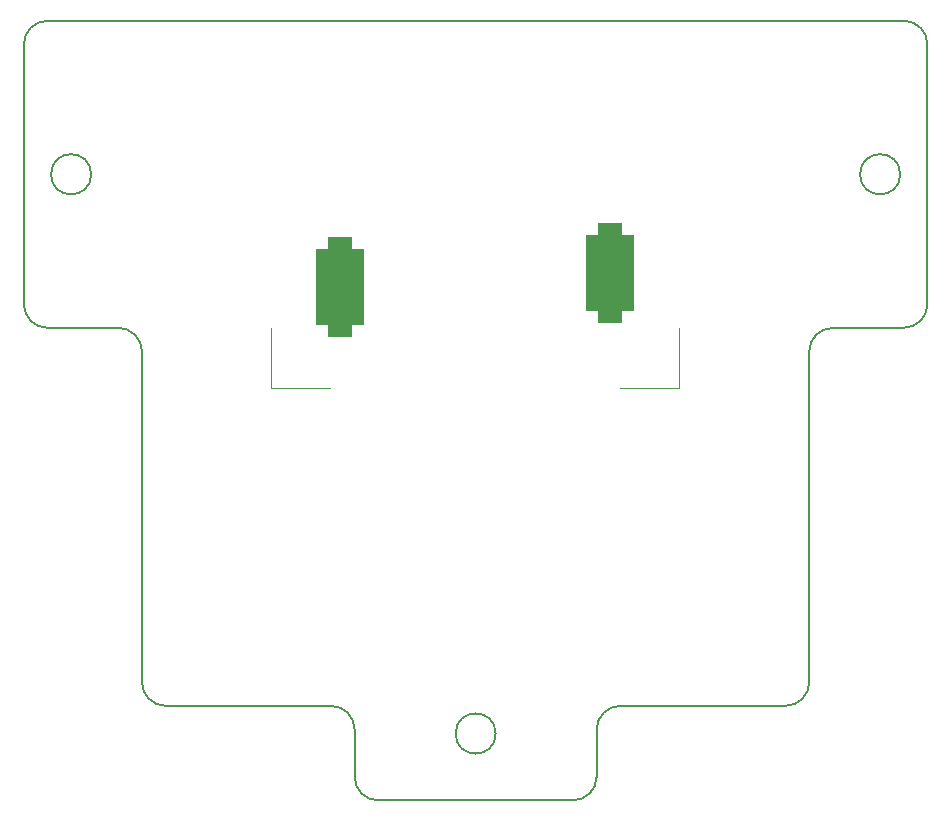
<source format=gbo>
G04 #@! TF.GenerationSoftware,KiCad,Pcbnew,9.0.0*
G04 #@! TF.CreationDate,2026-02-04T15:57:26+07:00*
G04 #@! TF.ProjectId,Power_management_V2,506f7765-725f-46d6-916e-6167656d656e,rev?*
G04 #@! TF.SameCoordinates,Original*
G04 #@! TF.FileFunction,Legend,Bot*
G04 #@! TF.FilePolarity,Positive*
%FSLAX46Y46*%
G04 Gerber Fmt 4.6, Leading zero omitted, Abs format (unit mm)*
G04 Created by KiCad (PCBNEW 9.0.0) date 2026-02-04 15:57:26*
%MOMM*%
%LPD*%
G01*
G04 APERTURE LIST*
G04 Aperture macros list*
%AMRoundRect*
0 Rectangle with rounded corners*
0 $1 Rounding radius*
0 $2 $3 $4 $5 $6 $7 $8 $9 X,Y pos of 4 corners*
0 Add a 4 corners polygon primitive as box body*
4,1,4,$2,$3,$4,$5,$6,$7,$8,$9,$2,$3,0*
0 Add four circle primitives for the rounded corners*
1,1,$1+$1,$2,$3*
1,1,$1+$1,$4,$5*
1,1,$1+$1,$6,$7*
1,1,$1+$1,$8,$9*
0 Add four rect primitives between the rounded corners*
20,1,$1+$1,$2,$3,$4,$5,0*
20,1,$1+$1,$4,$5,$6,$7,0*
20,1,$1+$1,$6,$7,$8,$9,0*
20,1,$1+$1,$8,$9,$2,$3,0*%
G04 Aperture macros list end*
%ADD10C,0.120000*%
%ADD11C,0.586200*%
%ADD12C,0.836200*%
%ADD13C,0.010000*%
%ADD14C,1.020000*%
%ADD15RoundRect,1.000000X1.000000X3.200000X-1.000000X3.200000X-1.000000X-3.200000X1.000000X-3.200000X0*%
G04 #@! TA.AperFunction,Profile*
%ADD16C,0.200000*%
G04 #@! TD*
G04 #@! TA.AperFunction,Profile*
%ADD17C,0.150000*%
G04 #@! TD*
G04 APERTURE END LIST*
D10*
X103002000Y-82753800D02*
X103002000Y-77753800D01*
X108002000Y-82753800D02*
X103002000Y-82753800D01*
X132502000Y-82753800D02*
X137502000Y-82753800D01*
X137502000Y-82753800D02*
X137502000Y-77753800D01*
%LPC*%
D11*
X134525100Y-91739800D02*
G75*
G02*
X133938900Y-91739800I-293100J0D01*
G01*
X133938900Y-91739800D02*
G75*
G02*
X134525100Y-91739800I293100J0D01*
G01*
D12*
X135930100Y-92719800D02*
G75*
G02*
X135093900Y-92719800I-418100J0D01*
G01*
X135093900Y-92719800D02*
G75*
G02*
X135930100Y-92719800I418100J0D01*
G01*
X138930100Y-92719800D02*
G75*
G02*
X138093900Y-92719800I-418100J0D01*
G01*
X138093900Y-92719800D02*
G75*
G02*
X138930100Y-92719800I418100J0D01*
G01*
X141930100Y-92719800D02*
G75*
G02*
X141093900Y-92719800I-418100J0D01*
G01*
X141093900Y-92719800D02*
G75*
G02*
X141930100Y-92719800I418100J0D01*
G01*
D13*
X145348200Y-93556000D02*
X143675800Y-93556000D01*
X143675800Y-91883600D01*
X145348200Y-91883600D01*
X145348200Y-93556000D01*
G36*
X145348200Y-93556000D02*
G01*
X143675800Y-93556000D01*
X143675800Y-91883600D01*
X145348200Y-91883600D01*
X145348200Y-93556000D01*
G37*
D14*
X134232000Y-91739800D03*
D15*
X131702000Y-73053800D03*
X108802000Y-74203800D03*
%LPD*%
D16*
X148552000Y-79699800D02*
X148552000Y-107699800D01*
X108052001Y-109699800D02*
G75*
G02*
X110052000Y-111699799I-1J-2000000D01*
G01*
X84051999Y-51699800D02*
X156552000Y-51699800D01*
X84051998Y-77699800D02*
G75*
G02*
X82052000Y-75699802I2J2000000D01*
G01*
X92052000Y-107699802D02*
X92052000Y-79699799D01*
X148552000Y-107699800D02*
G75*
G02*
X146552000Y-109699800I-2000000J0D01*
G01*
X148552000Y-79699800D02*
G75*
G02*
X150552000Y-77699800I2000000J0D01*
G01*
D17*
X156252000Y-64699800D02*
G75*
G02*
X152852000Y-64699800I-1700000J0D01*
G01*
X152852000Y-64699800D02*
G75*
G02*
X156252000Y-64699800I1700000J0D01*
G01*
D16*
X130552000Y-115699800D02*
G75*
G02*
X128552000Y-117699800I-2000000J0D01*
G01*
X112051998Y-117699800D02*
X128552000Y-117699800D01*
X112051998Y-117699800D02*
G75*
G02*
X110052000Y-115699802I2J2000000D01*
G01*
X146552000Y-109699800D02*
X132552000Y-109699800D01*
X156552000Y-77699800D02*
X150552000Y-77699800D01*
X82052000Y-53699799D02*
X82052000Y-75699802D01*
X108052001Y-109699800D02*
X94051998Y-109699800D01*
X94051998Y-109699800D02*
G75*
G02*
X92052000Y-107699802I2J2000000D01*
G01*
D17*
X122002000Y-112049800D02*
G75*
G02*
X118602000Y-112049800I-1700000J0D01*
G01*
X118602000Y-112049800D02*
G75*
G02*
X122002000Y-112049800I1700000J0D01*
G01*
D16*
X158552000Y-75699800D02*
X158552000Y-53699800D01*
X82052000Y-53699799D02*
G75*
G02*
X84051999Y-51699800I2000000J-1D01*
G01*
D17*
X87752000Y-64699800D02*
G75*
G02*
X84352000Y-64699800I-1700000J0D01*
G01*
X84352000Y-64699800D02*
G75*
G02*
X87752000Y-64699800I1700000J0D01*
G01*
D16*
X110052000Y-115699802D02*
X110052000Y-111699799D01*
X158552000Y-75699800D02*
G75*
G02*
X156552000Y-77699800I-2000000J0D01*
G01*
X130552000Y-111699800D02*
G75*
G02*
X132552000Y-109699800I2000000J0D01*
G01*
X156552000Y-51699800D02*
G75*
G02*
X158552000Y-53699800I0J-2000000D01*
G01*
X130552000Y-111699800D02*
X130552000Y-115699800D01*
X90052001Y-77699800D02*
G75*
G02*
X92052000Y-79699799I-1J-2000000D01*
G01*
X90052001Y-77699800D02*
X84051998Y-77699800D01*
M02*

</source>
